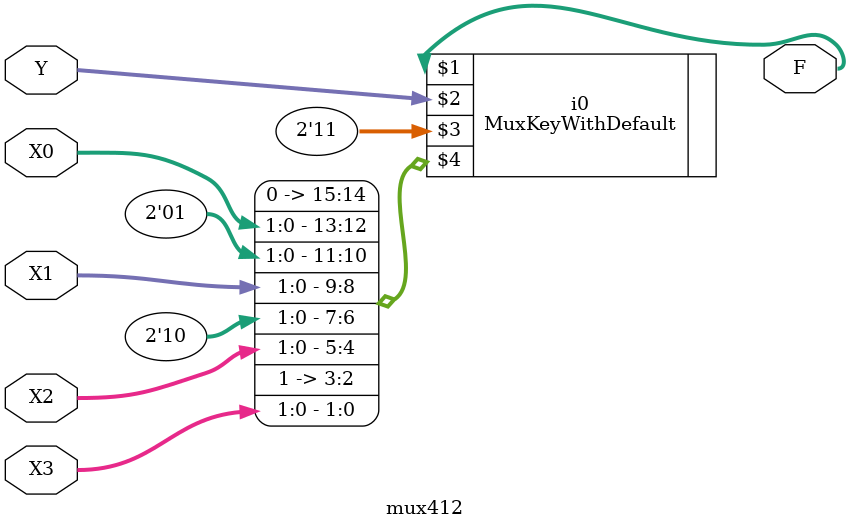
<source format=v>
`timescale 1ps/1ps


module mux412(
    input   [1:0] X0,//input
    input   [1:0] X1,
    input   [1:0] X2,
    input   [1:0] X3,
    input   [1:0] Y,//selcet
    output  [1:0] F//output
);

    MuxKeyWithDefault #( .NR_KEY(4), .KEY_LEN(2), .DATA_LEN(2)) 
    i0 
    ( 
        F,
        Y, 
        2'b11, //default output value
        {2'b00, X0,2'b01, X1,2'b10, X2,2'b11, X3 }
    );
endmodule
</source>
